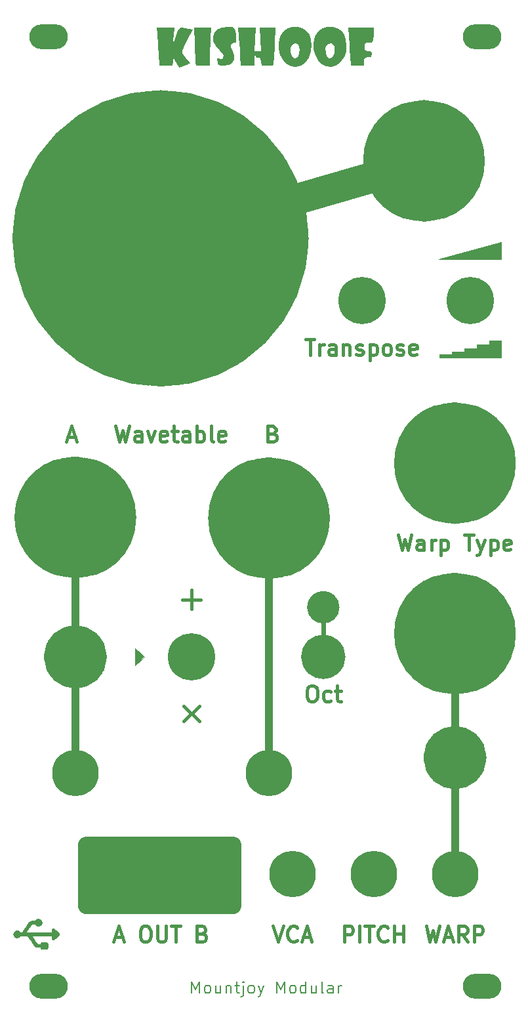
<source format=gbr>
%TF.GenerationSoftware,KiCad,Pcbnew,8.0.1*%
%TF.CreationDate,2024-04-24T15:30:04+01:00*%
%TF.ProjectId,Kishoof_Panel,4b697368-6f6f-4665-9f50-616e656c2e6b,rev?*%
%TF.SameCoordinates,Original*%
%TF.FileFunction,Soldermask,Top*%
%TF.FilePolarity,Negative*%
%FSLAX46Y46*%
G04 Gerber Fmt 4.6, Leading zero omitted, Abs format (unit mm)*
G04 Created by KiCad (PCBNEW 8.0.1) date 2024-04-24 15:30:04*
%MOMM*%
%LPD*%
G01*
G04 APERTURE LIST*
%ADD10C,1.000000*%
%ADD11C,0.100000*%
%ADD12C,7.853175*%
%ADD13C,4.075000*%
%ADD14C,2.853175*%
%ADD15C,4.000000*%
%ADD16C,0.450000*%
%ADD17C,0.400000*%
%ADD18C,0.600000*%
%ADD19C,19.101298*%
%ADD20C,2.074846*%
%ADD21C,2.000000*%
%ADD22C,0.200000*%
%ADD23C,0.000000*%
%ADD24C,6.000000*%
%ADD25C,6.100000*%
%ADD26C,6.400000*%
%ADD27C,3.500000*%
%ADD28O,5.000000X3.200000*%
%ADD29C,7.000000*%
G04 APERTURE END LIST*
D10*
X91000000Y-95050000D02*
X91000000Y-128000000D01*
D11*
X116200000Y-73200000D02*
X117800000Y-73200000D01*
X117800000Y-74400000D01*
X116200000Y-74400000D01*
X116200000Y-73200000D01*
G36*
X116200000Y-73200000D02*
G01*
X117800000Y-73200000D01*
X117800000Y-74400000D01*
X116200000Y-74400000D01*
X116200000Y-73200000D01*
G37*
D12*
X118926587Y-110000000D02*
G75*
G02*
X111073413Y-110000000I-3926587J0D01*
G01*
X111073413Y-110000000D02*
G75*
G02*
X118926587Y-110000000I3926587J0D01*
G01*
X114926587Y-49000000D02*
G75*
G02*
X107073413Y-49000000I-3926587J0D01*
G01*
X107073413Y-49000000D02*
G75*
G02*
X114926587Y-49000000I3926587J0D01*
G01*
D13*
X117037500Y-126000000D02*
G75*
G02*
X112962500Y-126000000I-2037500J0D01*
G01*
X112962500Y-126000000D02*
G75*
G02*
X117037500Y-126000000I2037500J0D01*
G01*
D11*
X113000000Y-74000000D02*
X114600000Y-74000000D01*
X114600000Y-74400000D01*
X113000000Y-74400000D01*
X113000000Y-74000000D01*
G36*
X113000000Y-74000000D02*
G01*
X114600000Y-74000000D01*
X114600000Y-74400000D01*
X113000000Y-74400000D01*
X113000000Y-74000000D01*
G37*
D12*
X69926587Y-95000000D02*
G75*
G02*
X62073413Y-95000000I-3926587J0D01*
G01*
X62073413Y-95000000D02*
G75*
G02*
X69926587Y-95000000I3926587J0D01*
G01*
D11*
X114600000Y-73600000D02*
X116200000Y-73600000D01*
X116200000Y-74400000D01*
X114600000Y-74400000D01*
X114600000Y-73600000D01*
G36*
X114600000Y-73600000D02*
G01*
X116200000Y-73600000D01*
X116200000Y-74400000D01*
X114600000Y-74400000D01*
X114600000Y-73600000D01*
G37*
D14*
X99426587Y-113000000D02*
G75*
G02*
X96573413Y-113000000I-1426587J0D01*
G01*
X96573413Y-113000000D02*
G75*
G02*
X99426587Y-113000000I1426587J0D01*
G01*
D15*
X77000000Y-59000000D02*
X111000000Y-49200000D01*
D16*
X82200000Y-105600000D02*
X79800000Y-105600000D01*
D17*
X80010051Y-119310051D02*
X81989949Y-121289949D01*
D18*
X98000000Y-106600000D02*
X98000000Y-113000000D01*
D11*
X119400000Y-72200000D02*
X121000000Y-72200000D01*
X121000000Y-74400000D01*
X119400000Y-74400000D01*
X119400000Y-72200000D01*
G36*
X119400000Y-72200000D02*
G01*
X121000000Y-72200000D01*
X121000000Y-74400000D01*
X119400000Y-74400000D01*
X119400000Y-72200000D01*
G37*
D13*
X68037500Y-113000000D02*
G75*
G02*
X63962500Y-113000000I-2037500J0D01*
G01*
X63962500Y-113000000D02*
G75*
G02*
X68037500Y-113000000I2037500J0D01*
G01*
D10*
X66000000Y-95100000D02*
X66000000Y-113000000D01*
X66000000Y-128000000D02*
X66050000Y-113000000D01*
D16*
X81000000Y-106800000D02*
X81000000Y-104400000D01*
D19*
X86550649Y-59000000D02*
G75*
G02*
X67449351Y-59000000I-9550649J0D01*
G01*
X67449351Y-59000000D02*
G75*
G02*
X86550649Y-59000000I9550649J0D01*
G01*
D12*
X94926587Y-95100000D02*
G75*
G02*
X87073413Y-95100000I-3926587J0D01*
G01*
X87073413Y-95100000D02*
G75*
G02*
X94926587Y-95100000I3926587J0D01*
G01*
D20*
X99037423Y-106600000D02*
G75*
G02*
X96962577Y-106600000I-1037423J0D01*
G01*
X96962577Y-106600000D02*
G75*
G02*
X99037423Y-106600000I1037423J0D01*
G01*
D11*
X117800000Y-72700000D02*
X119400000Y-72700000D01*
X119400000Y-74400000D01*
X117800000Y-74400000D01*
X117800000Y-72700000D01*
G36*
X117800000Y-72700000D02*
G01*
X119400000Y-72700000D01*
X119400000Y-74400000D01*
X117800000Y-74400000D01*
X117800000Y-72700000D01*
G37*
X74900000Y-113000000D02*
X73700000Y-114100000D01*
X73700000Y-111900000D01*
X74900000Y-113000000D01*
G36*
X74900000Y-113000000D02*
G01*
X73700000Y-114100000D01*
X73700000Y-111900000D01*
X74900000Y-113000000D01*
G37*
D21*
X67400000Y-137200000D02*
X86400000Y-137200000D01*
X86400000Y-145200000D01*
X67400000Y-145200000D01*
X67400000Y-137200000D01*
G36*
X67400000Y-137200000D02*
G01*
X86400000Y-137200000D01*
X86400000Y-145200000D01*
X67400000Y-145200000D01*
X67400000Y-137200000D01*
G37*
D17*
X81989949Y-119310051D02*
X80010051Y-121289949D01*
D10*
X115000000Y-141000000D02*
X115000000Y-109000000D01*
D11*
X121000000Y-61700000D02*
X112900000Y-61700000D01*
X121000000Y-59500000D01*
X121000000Y-61700000D01*
G36*
X121000000Y-61700000D02*
G01*
X112900000Y-61700000D01*
X121000000Y-59500000D01*
X121000000Y-61700000D01*
G37*
D12*
X118926587Y-88000000D02*
G75*
G02*
X111073413Y-88000000I-3926587J0D01*
G01*
X111073413Y-88000000D02*
G75*
G02*
X118926587Y-88000000I3926587J0D01*
G01*
D17*
X71142856Y-149163009D02*
X72095237Y-149163009D01*
X70952380Y-149734438D02*
X71619046Y-147734438D01*
X71619046Y-147734438D02*
X72285713Y-149734438D01*
X74857142Y-147734438D02*
X75238095Y-147734438D01*
X75238095Y-147734438D02*
X75428571Y-147829676D01*
X75428571Y-147829676D02*
X75619047Y-148020152D01*
X75619047Y-148020152D02*
X75714285Y-148401104D01*
X75714285Y-148401104D02*
X75714285Y-149067771D01*
X75714285Y-149067771D02*
X75619047Y-149448723D01*
X75619047Y-149448723D02*
X75428571Y-149639200D01*
X75428571Y-149639200D02*
X75238095Y-149734438D01*
X75238095Y-149734438D02*
X74857142Y-149734438D01*
X74857142Y-149734438D02*
X74666666Y-149639200D01*
X74666666Y-149639200D02*
X74476190Y-149448723D01*
X74476190Y-149448723D02*
X74380952Y-149067771D01*
X74380952Y-149067771D02*
X74380952Y-148401104D01*
X74380952Y-148401104D02*
X74476190Y-148020152D01*
X74476190Y-148020152D02*
X74666666Y-147829676D01*
X74666666Y-147829676D02*
X74857142Y-147734438D01*
X76571428Y-147734438D02*
X76571428Y-149353485D01*
X76571428Y-149353485D02*
X76666666Y-149543961D01*
X76666666Y-149543961D02*
X76761904Y-149639200D01*
X76761904Y-149639200D02*
X76952380Y-149734438D01*
X76952380Y-149734438D02*
X77333333Y-149734438D01*
X77333333Y-149734438D02*
X77523809Y-149639200D01*
X77523809Y-149639200D02*
X77619047Y-149543961D01*
X77619047Y-149543961D02*
X77714285Y-149353485D01*
X77714285Y-149353485D02*
X77714285Y-147734438D01*
X78380952Y-147734438D02*
X79523809Y-147734438D01*
X78952380Y-149734438D02*
X78952380Y-147734438D01*
X82380953Y-148686819D02*
X82666667Y-148782057D01*
X82666667Y-148782057D02*
X82761905Y-148877295D01*
X82761905Y-148877295D02*
X82857143Y-149067771D01*
X82857143Y-149067771D02*
X82857143Y-149353485D01*
X82857143Y-149353485D02*
X82761905Y-149543961D01*
X82761905Y-149543961D02*
X82666667Y-149639200D01*
X82666667Y-149639200D02*
X82476191Y-149734438D01*
X82476191Y-149734438D02*
X81714286Y-149734438D01*
X81714286Y-149734438D02*
X81714286Y-147734438D01*
X81714286Y-147734438D02*
X82380953Y-147734438D01*
X82380953Y-147734438D02*
X82571429Y-147829676D01*
X82571429Y-147829676D02*
X82666667Y-147924914D01*
X82666667Y-147924914D02*
X82761905Y-148115390D01*
X82761905Y-148115390D02*
X82761905Y-148305866D01*
X82761905Y-148305866D02*
X82666667Y-148496342D01*
X82666667Y-148496342D02*
X82571429Y-148591580D01*
X82571429Y-148591580D02*
X82380953Y-148686819D01*
X82380953Y-148686819D02*
X81714286Y-148686819D01*
X96380952Y-116734438D02*
X96761905Y-116734438D01*
X96761905Y-116734438D02*
X96952381Y-116829676D01*
X96952381Y-116829676D02*
X97142857Y-117020152D01*
X97142857Y-117020152D02*
X97238095Y-117401104D01*
X97238095Y-117401104D02*
X97238095Y-118067771D01*
X97238095Y-118067771D02*
X97142857Y-118448723D01*
X97142857Y-118448723D02*
X96952381Y-118639200D01*
X96952381Y-118639200D02*
X96761905Y-118734438D01*
X96761905Y-118734438D02*
X96380952Y-118734438D01*
X96380952Y-118734438D02*
X96190476Y-118639200D01*
X96190476Y-118639200D02*
X96000000Y-118448723D01*
X96000000Y-118448723D02*
X95904762Y-118067771D01*
X95904762Y-118067771D02*
X95904762Y-117401104D01*
X95904762Y-117401104D02*
X96000000Y-117020152D01*
X96000000Y-117020152D02*
X96190476Y-116829676D01*
X96190476Y-116829676D02*
X96380952Y-116734438D01*
X98952381Y-118639200D02*
X98761905Y-118734438D01*
X98761905Y-118734438D02*
X98380952Y-118734438D01*
X98380952Y-118734438D02*
X98190476Y-118639200D01*
X98190476Y-118639200D02*
X98095238Y-118543961D01*
X98095238Y-118543961D02*
X98000000Y-118353485D01*
X98000000Y-118353485D02*
X98000000Y-117782057D01*
X98000000Y-117782057D02*
X98095238Y-117591580D01*
X98095238Y-117591580D02*
X98190476Y-117496342D01*
X98190476Y-117496342D02*
X98380952Y-117401104D01*
X98380952Y-117401104D02*
X98761905Y-117401104D01*
X98761905Y-117401104D02*
X98952381Y-117496342D01*
X99523810Y-117401104D02*
X100285714Y-117401104D01*
X99809524Y-116734438D02*
X99809524Y-118448723D01*
X99809524Y-118448723D02*
X99904762Y-118639200D01*
X99904762Y-118639200D02*
X100095238Y-118734438D01*
X100095238Y-118734438D02*
X100285714Y-118734438D01*
X91476190Y-147734438D02*
X92142856Y-149734438D01*
X92142856Y-149734438D02*
X92809523Y-147734438D01*
X94619047Y-149543961D02*
X94523809Y-149639200D01*
X94523809Y-149639200D02*
X94238095Y-149734438D01*
X94238095Y-149734438D02*
X94047619Y-149734438D01*
X94047619Y-149734438D02*
X93761904Y-149639200D01*
X93761904Y-149639200D02*
X93571428Y-149448723D01*
X93571428Y-149448723D02*
X93476190Y-149258247D01*
X93476190Y-149258247D02*
X93380952Y-148877295D01*
X93380952Y-148877295D02*
X93380952Y-148591580D01*
X93380952Y-148591580D02*
X93476190Y-148210628D01*
X93476190Y-148210628D02*
X93571428Y-148020152D01*
X93571428Y-148020152D02*
X93761904Y-147829676D01*
X93761904Y-147829676D02*
X94047619Y-147734438D01*
X94047619Y-147734438D02*
X94238095Y-147734438D01*
X94238095Y-147734438D02*
X94523809Y-147829676D01*
X94523809Y-147829676D02*
X94619047Y-147924914D01*
X95380952Y-149163009D02*
X96333333Y-149163009D01*
X95190476Y-149734438D02*
X95857142Y-147734438D01*
X95857142Y-147734438D02*
X96523809Y-149734438D01*
D22*
X81028570Y-156383528D02*
X81028570Y-154883528D01*
X81028570Y-154883528D02*
X81528570Y-155954957D01*
X81528570Y-155954957D02*
X82028570Y-154883528D01*
X82028570Y-154883528D02*
X82028570Y-156383528D01*
X82957142Y-156383528D02*
X82814285Y-156312100D01*
X82814285Y-156312100D02*
X82742856Y-156240671D01*
X82742856Y-156240671D02*
X82671428Y-156097814D01*
X82671428Y-156097814D02*
X82671428Y-155669242D01*
X82671428Y-155669242D02*
X82742856Y-155526385D01*
X82742856Y-155526385D02*
X82814285Y-155454957D01*
X82814285Y-155454957D02*
X82957142Y-155383528D01*
X82957142Y-155383528D02*
X83171428Y-155383528D01*
X83171428Y-155383528D02*
X83314285Y-155454957D01*
X83314285Y-155454957D02*
X83385714Y-155526385D01*
X83385714Y-155526385D02*
X83457142Y-155669242D01*
X83457142Y-155669242D02*
X83457142Y-156097814D01*
X83457142Y-156097814D02*
X83385714Y-156240671D01*
X83385714Y-156240671D02*
X83314285Y-156312100D01*
X83314285Y-156312100D02*
X83171428Y-156383528D01*
X83171428Y-156383528D02*
X82957142Y-156383528D01*
X84742857Y-155383528D02*
X84742857Y-156383528D01*
X84099999Y-155383528D02*
X84099999Y-156169242D01*
X84099999Y-156169242D02*
X84171428Y-156312100D01*
X84171428Y-156312100D02*
X84314285Y-156383528D01*
X84314285Y-156383528D02*
X84528571Y-156383528D01*
X84528571Y-156383528D02*
X84671428Y-156312100D01*
X84671428Y-156312100D02*
X84742857Y-156240671D01*
X85457142Y-155383528D02*
X85457142Y-156383528D01*
X85457142Y-155526385D02*
X85528571Y-155454957D01*
X85528571Y-155454957D02*
X85671428Y-155383528D01*
X85671428Y-155383528D02*
X85885714Y-155383528D01*
X85885714Y-155383528D02*
X86028571Y-155454957D01*
X86028571Y-155454957D02*
X86100000Y-155597814D01*
X86100000Y-155597814D02*
X86100000Y-156383528D01*
X86600000Y-155383528D02*
X87171428Y-155383528D01*
X86814285Y-154883528D02*
X86814285Y-156169242D01*
X86814285Y-156169242D02*
X86885714Y-156312100D01*
X86885714Y-156312100D02*
X87028571Y-156383528D01*
X87028571Y-156383528D02*
X87171428Y-156383528D01*
X87671428Y-155383528D02*
X87671428Y-156669242D01*
X87671428Y-156669242D02*
X87600000Y-156812100D01*
X87600000Y-156812100D02*
X87457143Y-156883528D01*
X87457143Y-156883528D02*
X87385714Y-156883528D01*
X87671428Y-154883528D02*
X87600000Y-154954957D01*
X87600000Y-154954957D02*
X87671428Y-155026385D01*
X87671428Y-155026385D02*
X87742857Y-154954957D01*
X87742857Y-154954957D02*
X87671428Y-154883528D01*
X87671428Y-154883528D02*
X87671428Y-155026385D01*
X88600000Y-156383528D02*
X88457143Y-156312100D01*
X88457143Y-156312100D02*
X88385714Y-156240671D01*
X88385714Y-156240671D02*
X88314286Y-156097814D01*
X88314286Y-156097814D02*
X88314286Y-155669242D01*
X88314286Y-155669242D02*
X88385714Y-155526385D01*
X88385714Y-155526385D02*
X88457143Y-155454957D01*
X88457143Y-155454957D02*
X88600000Y-155383528D01*
X88600000Y-155383528D02*
X88814286Y-155383528D01*
X88814286Y-155383528D02*
X88957143Y-155454957D01*
X88957143Y-155454957D02*
X89028572Y-155526385D01*
X89028572Y-155526385D02*
X89100000Y-155669242D01*
X89100000Y-155669242D02*
X89100000Y-156097814D01*
X89100000Y-156097814D02*
X89028572Y-156240671D01*
X89028572Y-156240671D02*
X88957143Y-156312100D01*
X88957143Y-156312100D02*
X88814286Y-156383528D01*
X88814286Y-156383528D02*
X88600000Y-156383528D01*
X89600000Y-155383528D02*
X89957143Y-156383528D01*
X90314286Y-155383528D02*
X89957143Y-156383528D01*
X89957143Y-156383528D02*
X89814286Y-156740671D01*
X89814286Y-156740671D02*
X89742857Y-156812100D01*
X89742857Y-156812100D02*
X89600000Y-156883528D01*
X92028571Y-156383528D02*
X92028571Y-154883528D01*
X92028571Y-154883528D02*
X92528571Y-155954957D01*
X92528571Y-155954957D02*
X93028571Y-154883528D01*
X93028571Y-154883528D02*
X93028571Y-156383528D01*
X93957143Y-156383528D02*
X93814286Y-156312100D01*
X93814286Y-156312100D02*
X93742857Y-156240671D01*
X93742857Y-156240671D02*
X93671429Y-156097814D01*
X93671429Y-156097814D02*
X93671429Y-155669242D01*
X93671429Y-155669242D02*
X93742857Y-155526385D01*
X93742857Y-155526385D02*
X93814286Y-155454957D01*
X93814286Y-155454957D02*
X93957143Y-155383528D01*
X93957143Y-155383528D02*
X94171429Y-155383528D01*
X94171429Y-155383528D02*
X94314286Y-155454957D01*
X94314286Y-155454957D02*
X94385715Y-155526385D01*
X94385715Y-155526385D02*
X94457143Y-155669242D01*
X94457143Y-155669242D02*
X94457143Y-156097814D01*
X94457143Y-156097814D02*
X94385715Y-156240671D01*
X94385715Y-156240671D02*
X94314286Y-156312100D01*
X94314286Y-156312100D02*
X94171429Y-156383528D01*
X94171429Y-156383528D02*
X93957143Y-156383528D01*
X95742858Y-156383528D02*
X95742858Y-154883528D01*
X95742858Y-156312100D02*
X95600000Y-156383528D01*
X95600000Y-156383528D02*
X95314286Y-156383528D01*
X95314286Y-156383528D02*
X95171429Y-156312100D01*
X95171429Y-156312100D02*
X95100000Y-156240671D01*
X95100000Y-156240671D02*
X95028572Y-156097814D01*
X95028572Y-156097814D02*
X95028572Y-155669242D01*
X95028572Y-155669242D02*
X95100000Y-155526385D01*
X95100000Y-155526385D02*
X95171429Y-155454957D01*
X95171429Y-155454957D02*
X95314286Y-155383528D01*
X95314286Y-155383528D02*
X95600000Y-155383528D01*
X95600000Y-155383528D02*
X95742858Y-155454957D01*
X97100001Y-155383528D02*
X97100001Y-156383528D01*
X96457143Y-155383528D02*
X96457143Y-156169242D01*
X96457143Y-156169242D02*
X96528572Y-156312100D01*
X96528572Y-156312100D02*
X96671429Y-156383528D01*
X96671429Y-156383528D02*
X96885715Y-156383528D01*
X96885715Y-156383528D02*
X97028572Y-156312100D01*
X97028572Y-156312100D02*
X97100001Y-156240671D01*
X98028572Y-156383528D02*
X97885715Y-156312100D01*
X97885715Y-156312100D02*
X97814286Y-156169242D01*
X97814286Y-156169242D02*
X97814286Y-154883528D01*
X99242858Y-156383528D02*
X99242858Y-155597814D01*
X99242858Y-155597814D02*
X99171429Y-155454957D01*
X99171429Y-155454957D02*
X99028572Y-155383528D01*
X99028572Y-155383528D02*
X98742858Y-155383528D01*
X98742858Y-155383528D02*
X98600000Y-155454957D01*
X99242858Y-156312100D02*
X99100000Y-156383528D01*
X99100000Y-156383528D02*
X98742858Y-156383528D01*
X98742858Y-156383528D02*
X98600000Y-156312100D01*
X98600000Y-156312100D02*
X98528572Y-156169242D01*
X98528572Y-156169242D02*
X98528572Y-156026385D01*
X98528572Y-156026385D02*
X98600000Y-155883528D01*
X98600000Y-155883528D02*
X98742858Y-155812100D01*
X98742858Y-155812100D02*
X99100000Y-155812100D01*
X99100000Y-155812100D02*
X99242858Y-155740671D01*
X99957143Y-156383528D02*
X99957143Y-155383528D01*
X99957143Y-155669242D02*
X100028572Y-155526385D01*
X100028572Y-155526385D02*
X100100001Y-155454957D01*
X100100001Y-155454957D02*
X100242858Y-155383528D01*
X100242858Y-155383528D02*
X100385715Y-155383528D01*
D17*
X95714285Y-72034438D02*
X96857142Y-72034438D01*
X96285713Y-74034438D02*
X96285713Y-72034438D01*
X97523809Y-74034438D02*
X97523809Y-72701104D01*
X97523809Y-73082057D02*
X97619047Y-72891580D01*
X97619047Y-72891580D02*
X97714285Y-72796342D01*
X97714285Y-72796342D02*
X97904761Y-72701104D01*
X97904761Y-72701104D02*
X98095238Y-72701104D01*
X99619047Y-74034438D02*
X99619047Y-72986819D01*
X99619047Y-72986819D02*
X99523809Y-72796342D01*
X99523809Y-72796342D02*
X99333333Y-72701104D01*
X99333333Y-72701104D02*
X98952380Y-72701104D01*
X98952380Y-72701104D02*
X98761904Y-72796342D01*
X99619047Y-73939200D02*
X99428571Y-74034438D01*
X99428571Y-74034438D02*
X98952380Y-74034438D01*
X98952380Y-74034438D02*
X98761904Y-73939200D01*
X98761904Y-73939200D02*
X98666666Y-73748723D01*
X98666666Y-73748723D02*
X98666666Y-73558247D01*
X98666666Y-73558247D02*
X98761904Y-73367771D01*
X98761904Y-73367771D02*
X98952380Y-73272533D01*
X98952380Y-73272533D02*
X99428571Y-73272533D01*
X99428571Y-73272533D02*
X99619047Y-73177295D01*
X100571428Y-72701104D02*
X100571428Y-74034438D01*
X100571428Y-72891580D02*
X100666666Y-72796342D01*
X100666666Y-72796342D02*
X100857142Y-72701104D01*
X100857142Y-72701104D02*
X101142857Y-72701104D01*
X101142857Y-72701104D02*
X101333333Y-72796342D01*
X101333333Y-72796342D02*
X101428571Y-72986819D01*
X101428571Y-72986819D02*
X101428571Y-74034438D01*
X102285714Y-73939200D02*
X102476190Y-74034438D01*
X102476190Y-74034438D02*
X102857142Y-74034438D01*
X102857142Y-74034438D02*
X103047619Y-73939200D01*
X103047619Y-73939200D02*
X103142857Y-73748723D01*
X103142857Y-73748723D02*
X103142857Y-73653485D01*
X103142857Y-73653485D02*
X103047619Y-73463009D01*
X103047619Y-73463009D02*
X102857142Y-73367771D01*
X102857142Y-73367771D02*
X102571428Y-73367771D01*
X102571428Y-73367771D02*
X102380952Y-73272533D01*
X102380952Y-73272533D02*
X102285714Y-73082057D01*
X102285714Y-73082057D02*
X102285714Y-72986819D01*
X102285714Y-72986819D02*
X102380952Y-72796342D01*
X102380952Y-72796342D02*
X102571428Y-72701104D01*
X102571428Y-72701104D02*
X102857142Y-72701104D01*
X102857142Y-72701104D02*
X103047619Y-72796342D01*
X104000000Y-72701104D02*
X104000000Y-74701104D01*
X104000000Y-72796342D02*
X104190476Y-72701104D01*
X104190476Y-72701104D02*
X104571429Y-72701104D01*
X104571429Y-72701104D02*
X104761905Y-72796342D01*
X104761905Y-72796342D02*
X104857143Y-72891580D01*
X104857143Y-72891580D02*
X104952381Y-73082057D01*
X104952381Y-73082057D02*
X104952381Y-73653485D01*
X104952381Y-73653485D02*
X104857143Y-73843961D01*
X104857143Y-73843961D02*
X104761905Y-73939200D01*
X104761905Y-73939200D02*
X104571429Y-74034438D01*
X104571429Y-74034438D02*
X104190476Y-74034438D01*
X104190476Y-74034438D02*
X104000000Y-73939200D01*
X106095238Y-74034438D02*
X105904762Y-73939200D01*
X105904762Y-73939200D02*
X105809524Y-73843961D01*
X105809524Y-73843961D02*
X105714286Y-73653485D01*
X105714286Y-73653485D02*
X105714286Y-73082057D01*
X105714286Y-73082057D02*
X105809524Y-72891580D01*
X105809524Y-72891580D02*
X105904762Y-72796342D01*
X105904762Y-72796342D02*
X106095238Y-72701104D01*
X106095238Y-72701104D02*
X106380953Y-72701104D01*
X106380953Y-72701104D02*
X106571429Y-72796342D01*
X106571429Y-72796342D02*
X106666667Y-72891580D01*
X106666667Y-72891580D02*
X106761905Y-73082057D01*
X106761905Y-73082057D02*
X106761905Y-73653485D01*
X106761905Y-73653485D02*
X106666667Y-73843961D01*
X106666667Y-73843961D02*
X106571429Y-73939200D01*
X106571429Y-73939200D02*
X106380953Y-74034438D01*
X106380953Y-74034438D02*
X106095238Y-74034438D01*
X107523810Y-73939200D02*
X107714286Y-74034438D01*
X107714286Y-74034438D02*
X108095238Y-74034438D01*
X108095238Y-74034438D02*
X108285715Y-73939200D01*
X108285715Y-73939200D02*
X108380953Y-73748723D01*
X108380953Y-73748723D02*
X108380953Y-73653485D01*
X108380953Y-73653485D02*
X108285715Y-73463009D01*
X108285715Y-73463009D02*
X108095238Y-73367771D01*
X108095238Y-73367771D02*
X107809524Y-73367771D01*
X107809524Y-73367771D02*
X107619048Y-73272533D01*
X107619048Y-73272533D02*
X107523810Y-73082057D01*
X107523810Y-73082057D02*
X107523810Y-72986819D01*
X107523810Y-72986819D02*
X107619048Y-72796342D01*
X107619048Y-72796342D02*
X107809524Y-72701104D01*
X107809524Y-72701104D02*
X108095238Y-72701104D01*
X108095238Y-72701104D02*
X108285715Y-72796342D01*
X110000001Y-73939200D02*
X109809525Y-74034438D01*
X109809525Y-74034438D02*
X109428572Y-74034438D01*
X109428572Y-74034438D02*
X109238096Y-73939200D01*
X109238096Y-73939200D02*
X109142858Y-73748723D01*
X109142858Y-73748723D02*
X109142858Y-72986819D01*
X109142858Y-72986819D02*
X109238096Y-72796342D01*
X109238096Y-72796342D02*
X109428572Y-72701104D01*
X109428572Y-72701104D02*
X109809525Y-72701104D01*
X109809525Y-72701104D02*
X110000001Y-72796342D01*
X110000001Y-72796342D02*
X110095239Y-72986819D01*
X110095239Y-72986819D02*
X110095239Y-73177295D01*
X110095239Y-73177295D02*
X109142858Y-73367771D01*
X65023807Y-84663009D02*
X65976188Y-84663009D01*
X64833331Y-85234438D02*
X65499997Y-83234438D01*
X65499997Y-83234438D02*
X66166664Y-85234438D01*
X71214285Y-83234438D02*
X71690475Y-85234438D01*
X71690475Y-85234438D02*
X72071428Y-83805866D01*
X72071428Y-83805866D02*
X72452380Y-85234438D01*
X72452380Y-85234438D02*
X72928571Y-83234438D01*
X74547618Y-85234438D02*
X74547618Y-84186819D01*
X74547618Y-84186819D02*
X74452380Y-83996342D01*
X74452380Y-83996342D02*
X74261904Y-83901104D01*
X74261904Y-83901104D02*
X73880951Y-83901104D01*
X73880951Y-83901104D02*
X73690475Y-83996342D01*
X74547618Y-85139200D02*
X74357142Y-85234438D01*
X74357142Y-85234438D02*
X73880951Y-85234438D01*
X73880951Y-85234438D02*
X73690475Y-85139200D01*
X73690475Y-85139200D02*
X73595237Y-84948723D01*
X73595237Y-84948723D02*
X73595237Y-84758247D01*
X73595237Y-84758247D02*
X73690475Y-84567771D01*
X73690475Y-84567771D02*
X73880951Y-84472533D01*
X73880951Y-84472533D02*
X74357142Y-84472533D01*
X74357142Y-84472533D02*
X74547618Y-84377295D01*
X75309523Y-83901104D02*
X75785713Y-85234438D01*
X75785713Y-85234438D02*
X76261904Y-83901104D01*
X77785714Y-85139200D02*
X77595238Y-85234438D01*
X77595238Y-85234438D02*
X77214285Y-85234438D01*
X77214285Y-85234438D02*
X77023809Y-85139200D01*
X77023809Y-85139200D02*
X76928571Y-84948723D01*
X76928571Y-84948723D02*
X76928571Y-84186819D01*
X76928571Y-84186819D02*
X77023809Y-83996342D01*
X77023809Y-83996342D02*
X77214285Y-83901104D01*
X77214285Y-83901104D02*
X77595238Y-83901104D01*
X77595238Y-83901104D02*
X77785714Y-83996342D01*
X77785714Y-83996342D02*
X77880952Y-84186819D01*
X77880952Y-84186819D02*
X77880952Y-84377295D01*
X77880952Y-84377295D02*
X76928571Y-84567771D01*
X78452381Y-83901104D02*
X79214285Y-83901104D01*
X78738095Y-83234438D02*
X78738095Y-84948723D01*
X78738095Y-84948723D02*
X78833333Y-85139200D01*
X78833333Y-85139200D02*
X79023809Y-85234438D01*
X79023809Y-85234438D02*
X79214285Y-85234438D01*
X80738095Y-85234438D02*
X80738095Y-84186819D01*
X80738095Y-84186819D02*
X80642857Y-83996342D01*
X80642857Y-83996342D02*
X80452381Y-83901104D01*
X80452381Y-83901104D02*
X80071428Y-83901104D01*
X80071428Y-83901104D02*
X79880952Y-83996342D01*
X80738095Y-85139200D02*
X80547619Y-85234438D01*
X80547619Y-85234438D02*
X80071428Y-85234438D01*
X80071428Y-85234438D02*
X79880952Y-85139200D01*
X79880952Y-85139200D02*
X79785714Y-84948723D01*
X79785714Y-84948723D02*
X79785714Y-84758247D01*
X79785714Y-84758247D02*
X79880952Y-84567771D01*
X79880952Y-84567771D02*
X80071428Y-84472533D01*
X80071428Y-84472533D02*
X80547619Y-84472533D01*
X80547619Y-84472533D02*
X80738095Y-84377295D01*
X81690476Y-85234438D02*
X81690476Y-83234438D01*
X81690476Y-83996342D02*
X81880952Y-83901104D01*
X81880952Y-83901104D02*
X82261905Y-83901104D01*
X82261905Y-83901104D02*
X82452381Y-83996342D01*
X82452381Y-83996342D02*
X82547619Y-84091580D01*
X82547619Y-84091580D02*
X82642857Y-84282057D01*
X82642857Y-84282057D02*
X82642857Y-84853485D01*
X82642857Y-84853485D02*
X82547619Y-85043961D01*
X82547619Y-85043961D02*
X82452381Y-85139200D01*
X82452381Y-85139200D02*
X82261905Y-85234438D01*
X82261905Y-85234438D02*
X81880952Y-85234438D01*
X81880952Y-85234438D02*
X81690476Y-85139200D01*
X83785714Y-85234438D02*
X83595238Y-85139200D01*
X83595238Y-85139200D02*
X83500000Y-84948723D01*
X83500000Y-84948723D02*
X83500000Y-83234438D01*
X85309524Y-85139200D02*
X85119048Y-85234438D01*
X85119048Y-85234438D02*
X84738095Y-85234438D01*
X84738095Y-85234438D02*
X84547619Y-85139200D01*
X84547619Y-85139200D02*
X84452381Y-84948723D01*
X84452381Y-84948723D02*
X84452381Y-84186819D01*
X84452381Y-84186819D02*
X84547619Y-83996342D01*
X84547619Y-83996342D02*
X84738095Y-83901104D01*
X84738095Y-83901104D02*
X85119048Y-83901104D01*
X85119048Y-83901104D02*
X85309524Y-83996342D01*
X85309524Y-83996342D02*
X85404762Y-84186819D01*
X85404762Y-84186819D02*
X85404762Y-84377295D01*
X85404762Y-84377295D02*
X84452381Y-84567771D01*
X91500002Y-84186819D02*
X91785716Y-84282057D01*
X91785716Y-84282057D02*
X91880954Y-84377295D01*
X91880954Y-84377295D02*
X91976192Y-84567771D01*
X91976192Y-84567771D02*
X91976192Y-84853485D01*
X91976192Y-84853485D02*
X91880954Y-85043961D01*
X91880954Y-85043961D02*
X91785716Y-85139200D01*
X91785716Y-85139200D02*
X91595240Y-85234438D01*
X91595240Y-85234438D02*
X90833335Y-85234438D01*
X90833335Y-85234438D02*
X90833335Y-83234438D01*
X90833335Y-83234438D02*
X91500002Y-83234438D01*
X91500002Y-83234438D02*
X91690478Y-83329676D01*
X91690478Y-83329676D02*
X91785716Y-83424914D01*
X91785716Y-83424914D02*
X91880954Y-83615390D01*
X91880954Y-83615390D02*
X91880954Y-83805866D01*
X91880954Y-83805866D02*
X91785716Y-83996342D01*
X91785716Y-83996342D02*
X91690478Y-84091580D01*
X91690478Y-84091580D02*
X91500002Y-84186819D01*
X91500002Y-84186819D02*
X90833335Y-84186819D01*
X107666666Y-97234438D02*
X108142856Y-99234438D01*
X108142856Y-99234438D02*
X108523809Y-97805866D01*
X108523809Y-97805866D02*
X108904761Y-99234438D01*
X108904761Y-99234438D02*
X109380952Y-97234438D01*
X110999999Y-99234438D02*
X110999999Y-98186819D01*
X110999999Y-98186819D02*
X110904761Y-97996342D01*
X110904761Y-97996342D02*
X110714285Y-97901104D01*
X110714285Y-97901104D02*
X110333332Y-97901104D01*
X110333332Y-97901104D02*
X110142856Y-97996342D01*
X110999999Y-99139200D02*
X110809523Y-99234438D01*
X110809523Y-99234438D02*
X110333332Y-99234438D01*
X110333332Y-99234438D02*
X110142856Y-99139200D01*
X110142856Y-99139200D02*
X110047618Y-98948723D01*
X110047618Y-98948723D02*
X110047618Y-98758247D01*
X110047618Y-98758247D02*
X110142856Y-98567771D01*
X110142856Y-98567771D02*
X110333332Y-98472533D01*
X110333332Y-98472533D02*
X110809523Y-98472533D01*
X110809523Y-98472533D02*
X110999999Y-98377295D01*
X111952380Y-99234438D02*
X111952380Y-97901104D01*
X111952380Y-98282057D02*
X112047618Y-98091580D01*
X112047618Y-98091580D02*
X112142856Y-97996342D01*
X112142856Y-97996342D02*
X112333332Y-97901104D01*
X112333332Y-97901104D02*
X112523809Y-97901104D01*
X113190475Y-97901104D02*
X113190475Y-99901104D01*
X113190475Y-97996342D02*
X113380951Y-97901104D01*
X113380951Y-97901104D02*
X113761904Y-97901104D01*
X113761904Y-97901104D02*
X113952380Y-97996342D01*
X113952380Y-97996342D02*
X114047618Y-98091580D01*
X114047618Y-98091580D02*
X114142856Y-98282057D01*
X114142856Y-98282057D02*
X114142856Y-98853485D01*
X114142856Y-98853485D02*
X114047618Y-99043961D01*
X114047618Y-99043961D02*
X113952380Y-99139200D01*
X113952380Y-99139200D02*
X113761904Y-99234438D01*
X113761904Y-99234438D02*
X113380951Y-99234438D01*
X113380951Y-99234438D02*
X113190475Y-99139200D01*
X116238095Y-97234438D02*
X117380952Y-97234438D01*
X116809523Y-99234438D02*
X116809523Y-97234438D01*
X117857143Y-97901104D02*
X118333333Y-99234438D01*
X118809524Y-97901104D02*
X118333333Y-99234438D01*
X118333333Y-99234438D02*
X118142857Y-99710628D01*
X118142857Y-99710628D02*
X118047619Y-99805866D01*
X118047619Y-99805866D02*
X117857143Y-99901104D01*
X119571429Y-97901104D02*
X119571429Y-99901104D01*
X119571429Y-97996342D02*
X119761905Y-97901104D01*
X119761905Y-97901104D02*
X120142858Y-97901104D01*
X120142858Y-97901104D02*
X120333334Y-97996342D01*
X120333334Y-97996342D02*
X120428572Y-98091580D01*
X120428572Y-98091580D02*
X120523810Y-98282057D01*
X120523810Y-98282057D02*
X120523810Y-98853485D01*
X120523810Y-98853485D02*
X120428572Y-99043961D01*
X120428572Y-99043961D02*
X120333334Y-99139200D01*
X120333334Y-99139200D02*
X120142858Y-99234438D01*
X120142858Y-99234438D02*
X119761905Y-99234438D01*
X119761905Y-99234438D02*
X119571429Y-99139200D01*
X122142858Y-99139200D02*
X121952382Y-99234438D01*
X121952382Y-99234438D02*
X121571429Y-99234438D01*
X121571429Y-99234438D02*
X121380953Y-99139200D01*
X121380953Y-99139200D02*
X121285715Y-98948723D01*
X121285715Y-98948723D02*
X121285715Y-98186819D01*
X121285715Y-98186819D02*
X121380953Y-97996342D01*
X121380953Y-97996342D02*
X121571429Y-97901104D01*
X121571429Y-97901104D02*
X121952382Y-97901104D01*
X121952382Y-97901104D02*
X122142858Y-97996342D01*
X122142858Y-97996342D02*
X122238096Y-98186819D01*
X122238096Y-98186819D02*
X122238096Y-98377295D01*
X122238096Y-98377295D02*
X121285715Y-98567771D01*
X111285714Y-147734438D02*
X111761904Y-149734438D01*
X111761904Y-149734438D02*
X112142857Y-148305866D01*
X112142857Y-148305866D02*
X112523809Y-149734438D01*
X112523809Y-149734438D02*
X113000000Y-147734438D01*
X113666666Y-149163009D02*
X114619047Y-149163009D01*
X113476190Y-149734438D02*
X114142856Y-147734438D01*
X114142856Y-147734438D02*
X114809523Y-149734438D01*
X116619047Y-149734438D02*
X115952380Y-148782057D01*
X115476190Y-149734438D02*
X115476190Y-147734438D01*
X115476190Y-147734438D02*
X116238095Y-147734438D01*
X116238095Y-147734438D02*
X116428571Y-147829676D01*
X116428571Y-147829676D02*
X116523809Y-147924914D01*
X116523809Y-147924914D02*
X116619047Y-148115390D01*
X116619047Y-148115390D02*
X116619047Y-148401104D01*
X116619047Y-148401104D02*
X116523809Y-148591580D01*
X116523809Y-148591580D02*
X116428571Y-148686819D01*
X116428571Y-148686819D02*
X116238095Y-148782057D01*
X116238095Y-148782057D02*
X115476190Y-148782057D01*
X117476190Y-149734438D02*
X117476190Y-147734438D01*
X117476190Y-147734438D02*
X118238095Y-147734438D01*
X118238095Y-147734438D02*
X118428571Y-147829676D01*
X118428571Y-147829676D02*
X118523809Y-147924914D01*
X118523809Y-147924914D02*
X118619047Y-148115390D01*
X118619047Y-148115390D02*
X118619047Y-148401104D01*
X118619047Y-148401104D02*
X118523809Y-148591580D01*
X118523809Y-148591580D02*
X118428571Y-148686819D01*
X118428571Y-148686819D02*
X118238095Y-148782057D01*
X118238095Y-148782057D02*
X117476190Y-148782057D01*
X100690476Y-149734438D02*
X100690476Y-147734438D01*
X100690476Y-147734438D02*
X101452381Y-147734438D01*
X101452381Y-147734438D02*
X101642857Y-147829676D01*
X101642857Y-147829676D02*
X101738095Y-147924914D01*
X101738095Y-147924914D02*
X101833333Y-148115390D01*
X101833333Y-148115390D02*
X101833333Y-148401104D01*
X101833333Y-148401104D02*
X101738095Y-148591580D01*
X101738095Y-148591580D02*
X101642857Y-148686819D01*
X101642857Y-148686819D02*
X101452381Y-148782057D01*
X101452381Y-148782057D02*
X100690476Y-148782057D01*
X102690476Y-149734438D02*
X102690476Y-147734438D01*
X103357143Y-147734438D02*
X104500000Y-147734438D01*
X103928571Y-149734438D02*
X103928571Y-147734438D01*
X106309524Y-149543961D02*
X106214286Y-149639200D01*
X106214286Y-149639200D02*
X105928572Y-149734438D01*
X105928572Y-149734438D02*
X105738096Y-149734438D01*
X105738096Y-149734438D02*
X105452381Y-149639200D01*
X105452381Y-149639200D02*
X105261905Y-149448723D01*
X105261905Y-149448723D02*
X105166667Y-149258247D01*
X105166667Y-149258247D02*
X105071429Y-148877295D01*
X105071429Y-148877295D02*
X105071429Y-148591580D01*
X105071429Y-148591580D02*
X105166667Y-148210628D01*
X105166667Y-148210628D02*
X105261905Y-148020152D01*
X105261905Y-148020152D02*
X105452381Y-147829676D01*
X105452381Y-147829676D02*
X105738096Y-147734438D01*
X105738096Y-147734438D02*
X105928572Y-147734438D01*
X105928572Y-147734438D02*
X106214286Y-147829676D01*
X106214286Y-147829676D02*
X106309524Y-147924914D01*
X107166667Y-149734438D02*
X107166667Y-147734438D01*
X107166667Y-148686819D02*
X108309524Y-148686819D01*
X108309524Y-149734438D02*
X108309524Y-147734438D01*
D23*
%TO.C,G\u002A\u002A\u002A*%
G36*
X61299770Y-146803192D02*
G01*
X61352170Y-146811310D01*
X61403530Y-146825098D01*
X61453605Y-146844508D01*
X61502150Y-146869493D01*
X61532949Y-146888822D01*
X61552942Y-146903634D01*
X61574726Y-146922041D01*
X61597041Y-146942799D01*
X61618627Y-146964667D01*
X61638224Y-146986400D01*
X61654572Y-147006756D01*
X61659581Y-147013742D01*
X61688241Y-147060349D01*
X61711501Y-147109069D01*
X61729274Y-147159642D01*
X61741474Y-147211814D01*
X61748016Y-147265326D01*
X61748811Y-147280216D01*
X61748240Y-147334629D01*
X61742187Y-147387111D01*
X61730576Y-147437980D01*
X61713333Y-147487551D01*
X61690383Y-147536143D01*
X61687172Y-147542050D01*
X61658895Y-147587365D01*
X61626163Y-147629106D01*
X61589362Y-147666997D01*
X61548877Y-147700761D01*
X61505094Y-147730122D01*
X61458398Y-147754802D01*
X61409176Y-147774525D01*
X61357813Y-147789013D01*
X61337284Y-147793185D01*
X61314223Y-147796409D01*
X61287547Y-147798565D01*
X61258975Y-147799637D01*
X61230223Y-147799609D01*
X61203009Y-147798463D01*
X61179050Y-147796184D01*
X61169841Y-147794793D01*
X61116786Y-147782736D01*
X61065912Y-147765517D01*
X61017585Y-147743369D01*
X60972167Y-147716526D01*
X60930023Y-147685221D01*
X60891517Y-147649689D01*
X60857011Y-147610164D01*
X60834966Y-147579541D01*
X60816982Y-147552362D01*
X60642749Y-147553187D01*
X60468515Y-147554012D01*
X60440696Y-147563651D01*
X60404454Y-147579115D01*
X60371928Y-147599105D01*
X60343916Y-147622826D01*
X60340868Y-147625965D01*
X60337429Y-147629813D01*
X60333452Y-147634586D01*
X60328791Y-147640497D01*
X60323299Y-147647762D01*
X60316829Y-147656596D01*
X60309235Y-147667213D01*
X60300370Y-147679829D01*
X60290087Y-147694659D01*
X60278239Y-147711917D01*
X60264680Y-147731819D01*
X60249262Y-147754578D01*
X60231840Y-147780411D01*
X60212267Y-147809532D01*
X60190395Y-147842156D01*
X60166079Y-147878497D01*
X60139170Y-147918772D01*
X60109524Y-147963194D01*
X60076992Y-148011979D01*
X60041429Y-148065341D01*
X60026049Y-148088425D01*
X59995241Y-148134671D01*
X59965265Y-148179671D01*
X59936286Y-148223177D01*
X59908470Y-148264942D01*
X59881981Y-148304717D01*
X59856985Y-148342255D01*
X59833645Y-148377308D01*
X59812127Y-148409629D01*
X59792596Y-148438970D01*
X59775217Y-148465083D01*
X59760155Y-148487720D01*
X59747573Y-148506635D01*
X59737639Y-148521578D01*
X59730515Y-148532303D01*
X59726368Y-148538562D01*
X59725349Y-148540114D01*
X59720202Y-148548166D01*
X61358444Y-148548166D01*
X62996687Y-148548166D01*
X62997858Y-148354167D01*
X62998110Y-148314961D01*
X62998363Y-148281171D01*
X62998631Y-148252357D01*
X62998927Y-148228078D01*
X62999263Y-148207896D01*
X62999651Y-148191368D01*
X63000104Y-148178056D01*
X63000634Y-148167518D01*
X63001254Y-148159314D01*
X63001977Y-148153005D01*
X63002814Y-148148150D01*
X63003778Y-148144308D01*
X63003812Y-148144195D01*
X63015768Y-148114075D01*
X63032450Y-148087011D01*
X63053366Y-148063478D01*
X63078023Y-148043950D01*
X63105925Y-148028904D01*
X63133144Y-148019654D01*
X63157941Y-148015723D01*
X63184667Y-148015589D01*
X63211409Y-148019054D01*
X63236255Y-148025921D01*
X63249698Y-148031713D01*
X63257156Y-148035681D01*
X63264427Y-148040052D01*
X63272161Y-148045339D01*
X63281007Y-148052054D01*
X63291613Y-148060708D01*
X63304629Y-148071812D01*
X63320703Y-148085878D01*
X63339227Y-148102300D01*
X63347775Y-148109900D01*
X63360368Y-148121091D01*
X63376672Y-148135576D01*
X63396351Y-148153057D01*
X63419072Y-148173237D01*
X63444499Y-148195819D01*
X63472298Y-148220505D01*
X63502134Y-148246999D01*
X63533672Y-148275003D01*
X63566579Y-148304220D01*
X63600518Y-148334353D01*
X63635156Y-148365104D01*
X63654496Y-148382274D01*
X63688592Y-148412566D01*
X63721645Y-148441977D01*
X63753370Y-148470251D01*
X63783483Y-148497132D01*
X63811698Y-148522366D01*
X63837731Y-148545695D01*
X63861297Y-148566865D01*
X63882112Y-148585619D01*
X63899890Y-148601702D01*
X63914347Y-148614858D01*
X63925198Y-148624832D01*
X63932159Y-148631368D01*
X63934630Y-148633833D01*
X63956897Y-148662469D01*
X63974272Y-148693696D01*
X63986759Y-148726893D01*
X63994364Y-148761439D01*
X63997092Y-148796711D01*
X63994947Y-148832089D01*
X63987934Y-148866952D01*
X63976058Y-148900677D01*
X63959325Y-148932644D01*
X63937738Y-148962231D01*
X63932007Y-148968722D01*
X63928435Y-148972183D01*
X63920762Y-148979278D01*
X63909268Y-148989754D01*
X63894235Y-149003360D01*
X63875943Y-149019843D01*
X63854674Y-149038953D01*
X63830707Y-149060438D01*
X63804325Y-149084044D01*
X63775808Y-149109522D01*
X63745436Y-149136618D01*
X63713491Y-149165080D01*
X63680254Y-149194658D01*
X63654496Y-149217555D01*
X63619623Y-149248542D01*
X63585263Y-149279073D01*
X63551750Y-149308852D01*
X63519419Y-149337581D01*
X63488605Y-149364963D01*
X63459641Y-149390702D01*
X63432863Y-149414498D01*
X63408605Y-149436056D01*
X63387200Y-149455079D01*
X63368985Y-149471268D01*
X63354293Y-149484327D01*
X63343458Y-149493958D01*
X63339227Y-149497720D01*
X63324191Y-149511020D01*
X63309827Y-149523591D01*
X63296986Y-149534701D01*
X63286519Y-149543615D01*
X63279276Y-149549599D01*
X63277715Y-149550822D01*
X63251588Y-149567258D01*
X63223304Y-149578276D01*
X63192750Y-149583916D01*
X63175133Y-149584738D01*
X63153404Y-149583824D01*
X63134178Y-149580619D01*
X63115057Y-149574567D01*
X63096657Y-149566562D01*
X63070246Y-149550821D01*
X63047209Y-149530500D01*
X63027912Y-149506042D01*
X63012721Y-149477893D01*
X63004140Y-149454277D01*
X63003105Y-149450328D01*
X63002209Y-149445697D01*
X63001440Y-149439930D01*
X63000784Y-149432576D01*
X63000227Y-149423184D01*
X62999756Y-149411300D01*
X62999357Y-149396474D01*
X62999016Y-149378252D01*
X62998721Y-149356184D01*
X62998458Y-149329817D01*
X62998213Y-149298699D01*
X62997973Y-149262378D01*
X62997863Y-149244368D01*
X62996717Y-149051833D01*
X61733175Y-149051833D01*
X61627270Y-149051836D01*
X61527082Y-149051845D01*
X61432471Y-149051860D01*
X61343299Y-149051882D01*
X61259425Y-149051912D01*
X61180710Y-149051949D01*
X61107014Y-149051995D01*
X61038198Y-149052049D01*
X60974123Y-149052112D01*
X60914649Y-149052184D01*
X60859636Y-149052266D01*
X60808945Y-149052358D01*
X60762437Y-149052461D01*
X60719971Y-149052575D01*
X60681409Y-149052700D01*
X60646610Y-149052836D01*
X60615436Y-149052985D01*
X60587747Y-149053147D01*
X60563403Y-149053321D01*
X60542265Y-149053509D01*
X60524193Y-149053710D01*
X60509048Y-149053926D01*
X60496690Y-149054157D01*
X60486980Y-149054402D01*
X60479778Y-149054663D01*
X60474944Y-149054939D01*
X60472340Y-149055232D01*
X60471775Y-149055493D01*
X60473597Y-149058272D01*
X60478507Y-149065681D01*
X60486343Y-149077475D01*
X60496943Y-149093412D01*
X60510144Y-149113249D01*
X60525786Y-149136742D01*
X60543706Y-149163649D01*
X60563741Y-149193727D01*
X60585731Y-149226731D01*
X60609513Y-149262420D01*
X60634924Y-149300549D01*
X60661804Y-149340877D01*
X60689990Y-149383159D01*
X60719321Y-149427153D01*
X60749633Y-149472615D01*
X60772683Y-149507182D01*
X60809735Y-149562734D01*
X60843693Y-149613622D01*
X60874702Y-149660059D01*
X60902908Y-149702259D01*
X60928458Y-149740436D01*
X60951498Y-149774802D01*
X60972173Y-149805572D01*
X60990629Y-149832961D01*
X61007013Y-149857180D01*
X61021471Y-149878445D01*
X61034148Y-149896968D01*
X61045191Y-149912964D01*
X61054745Y-149926646D01*
X61062957Y-149938228D01*
X61069973Y-149947924D01*
X61075938Y-149955947D01*
X61080999Y-149962511D01*
X61085302Y-149967830D01*
X61088992Y-149972117D01*
X61092216Y-149975587D01*
X61093791Y-149977173D01*
X61122735Y-150001533D01*
X61155462Y-150021424D01*
X61190519Y-150036342D01*
X61218158Y-150045988D01*
X61357659Y-150046875D01*
X61497161Y-150047763D01*
X61500758Y-150021985D01*
X61504367Y-150001870D01*
X61509523Y-149980734D01*
X61515654Y-149960586D01*
X61522183Y-149943432D01*
X61524888Y-149937641D01*
X61544416Y-149905288D01*
X61568444Y-149876488D01*
X61596605Y-149851537D01*
X61628533Y-149830730D01*
X61663861Y-149814361D01*
X61687875Y-149806411D01*
X61691676Y-149805360D01*
X61695463Y-149804431D01*
X61699608Y-149803616D01*
X61704483Y-149802906D01*
X61710462Y-149802292D01*
X61717918Y-149801764D01*
X61727224Y-149801315D01*
X61738752Y-149800935D01*
X61752875Y-149800616D01*
X61769966Y-149800349D01*
X61790399Y-149800124D01*
X61814545Y-149799933D01*
X61842778Y-149799767D01*
X61875471Y-149799618D01*
X61912996Y-149799476D01*
X61955727Y-149799333D01*
X61991227Y-149799219D01*
X62038765Y-149799078D01*
X62080816Y-149798974D01*
X62117749Y-149798912D01*
X62149936Y-149798898D01*
X62177744Y-149798936D01*
X62201544Y-149799030D01*
X62221705Y-149799185D01*
X62238597Y-149799407D01*
X62252589Y-149799698D01*
X62264052Y-149800065D01*
X62273355Y-149800512D01*
X62280867Y-149801043D01*
X62286958Y-149801663D01*
X62291998Y-149802377D01*
X62295723Y-149803060D01*
X62332791Y-149813414D01*
X62367511Y-149828878D01*
X62399283Y-149849132D01*
X62426135Y-149872463D01*
X62447039Y-149895858D01*
X62464064Y-149920468D01*
X62478142Y-149947837D01*
X62489427Y-149977173D01*
X62497821Y-150002063D01*
X62497821Y-150299285D01*
X62497821Y-150596506D01*
X62488132Y-150624325D01*
X62472391Y-150661133D01*
X62452207Y-150694220D01*
X62427811Y-150723369D01*
X62399434Y-150748361D01*
X62367308Y-150768977D01*
X62331665Y-150785001D01*
X62310410Y-150791843D01*
X62306386Y-150792951D01*
X62302471Y-150793928D01*
X62298283Y-150794783D01*
X62293443Y-150795527D01*
X62287569Y-150796168D01*
X62280282Y-150796717D01*
X62271200Y-150797182D01*
X62259943Y-150797574D01*
X62246130Y-150797903D01*
X62229381Y-150798177D01*
X62209314Y-150798407D01*
X62185550Y-150798603D01*
X62157707Y-150798772D01*
X62125406Y-150798927D01*
X62088264Y-150799075D01*
X62045902Y-150799228D01*
X62014343Y-150799337D01*
X61964997Y-150799499D01*
X61921127Y-150799613D01*
X61882356Y-150799662D01*
X61848303Y-150799628D01*
X61818589Y-150799493D01*
X61792835Y-150799240D01*
X61770661Y-150798852D01*
X61751687Y-150798310D01*
X61735536Y-150797597D01*
X61721826Y-150796695D01*
X61710179Y-150795586D01*
X61700215Y-150794254D01*
X61691556Y-150792680D01*
X61683821Y-150790846D01*
X61676631Y-150788735D01*
X61669607Y-150786330D01*
X61662370Y-150783612D01*
X61660460Y-150782873D01*
X61625846Y-150766412D01*
X61594792Y-150745454D01*
X61567564Y-150720341D01*
X61544424Y-150691418D01*
X61525639Y-150659028D01*
X61511471Y-150623515D01*
X61502186Y-150585222D01*
X61500662Y-150575276D01*
X61496978Y-150548190D01*
X61356104Y-150548166D01*
X61326869Y-150548099D01*
X61298563Y-150547919D01*
X61271903Y-150547637D01*
X61247602Y-150547267D01*
X61226377Y-150546821D01*
X61208942Y-150546310D01*
X61196012Y-150545749D01*
X61188875Y-150545218D01*
X61123635Y-150535118D01*
X61059970Y-150519571D01*
X60998220Y-150498760D01*
X60938725Y-150472873D01*
X60881825Y-150442096D01*
X60827861Y-150406614D01*
X60777172Y-150366613D01*
X60730100Y-150322280D01*
X60686985Y-150273801D01*
X60682749Y-150268538D01*
X60678799Y-150263183D01*
X60671760Y-150253175D01*
X60661782Y-150238739D01*
X60649017Y-150220100D01*
X60633616Y-150197484D01*
X60615732Y-150171114D01*
X60595514Y-150141217D01*
X60573115Y-150108017D01*
X60548687Y-150071740D01*
X60522379Y-150032609D01*
X60494345Y-149990851D01*
X60464734Y-149946690D01*
X60433700Y-149900352D01*
X60401392Y-149852061D01*
X60367963Y-149802042D01*
X60333563Y-149750520D01*
X60298345Y-149697721D01*
X60262644Y-149644146D01*
X59868215Y-149051965D01*
X59400672Y-149051899D01*
X58933129Y-149051833D01*
X58923684Y-149067206D01*
X58900963Y-149100101D01*
X58873653Y-149132763D01*
X58842939Y-149163977D01*
X58810006Y-149192527D01*
X58780258Y-149214396D01*
X58762827Y-149225284D01*
X58742081Y-149236917D01*
X58719674Y-149248469D01*
X58697264Y-149259120D01*
X58676508Y-149268044D01*
X58660295Y-149274021D01*
X58607601Y-149288245D01*
X58554696Y-149296789D01*
X58501948Y-149299740D01*
X58449724Y-149297183D01*
X58398393Y-149289205D01*
X58348321Y-149275892D01*
X58299876Y-149257329D01*
X58253425Y-149233605D01*
X58209335Y-149204803D01*
X58167974Y-149171012D01*
X58150603Y-149154453D01*
X58121566Y-149123698D01*
X58097001Y-149093603D01*
X58075915Y-149062718D01*
X58057316Y-149029595D01*
X58040542Y-148993553D01*
X58023006Y-148945252D01*
X58010613Y-148894753D01*
X58003459Y-148842824D01*
X58001637Y-148790234D01*
X58005241Y-148737750D01*
X58007354Y-148722400D01*
X58018273Y-148670427D01*
X58034658Y-148620175D01*
X58056272Y-148572033D01*
X58082877Y-148526390D01*
X58114236Y-148483635D01*
X58150111Y-148444158D01*
X58190266Y-148408347D01*
X58206410Y-148395920D01*
X58223006Y-148384692D01*
X58243499Y-148372418D01*
X58266357Y-148359885D01*
X58290049Y-148347880D01*
X58313044Y-148337190D01*
X58333811Y-148328600D01*
X58345504Y-148324479D01*
X58398253Y-148310606D01*
X58451218Y-148302419D01*
X58504026Y-148299829D01*
X58556305Y-148302747D01*
X58607682Y-148311083D01*
X58657785Y-148324750D01*
X58706243Y-148343658D01*
X58752683Y-148367718D01*
X58796733Y-148396841D01*
X58838020Y-148430939D01*
X58853663Y-148445935D01*
X58875870Y-148469628D01*
X58896877Y-148494857D01*
X58915216Y-148519798D01*
X58923704Y-148532849D01*
X58933179Y-148548248D01*
X59025876Y-148547475D01*
X59118573Y-148546702D01*
X59515356Y-147951985D01*
X59551317Y-147898107D01*
X59586580Y-147845318D01*
X59620996Y-147793839D01*
X59654415Y-147743892D01*
X59686689Y-147695700D01*
X59717667Y-147649484D01*
X59747200Y-147605467D01*
X59775139Y-147563870D01*
X59801334Y-147524916D01*
X59825636Y-147488826D01*
X59847896Y-147455823D01*
X59867965Y-147426128D01*
X59885692Y-147399964D01*
X59900928Y-147377552D01*
X59913525Y-147359115D01*
X59923332Y-147344874D01*
X59930201Y-147335052D01*
X59933981Y-147329870D01*
X59934098Y-147329723D01*
X59955800Y-147304142D01*
X59980719Y-147277521D01*
X60007152Y-147251562D01*
X60033396Y-147227965D01*
X60048305Y-147215677D01*
X60101158Y-147177172D01*
X60155983Y-147143875D01*
X60213199Y-147115596D01*
X60273226Y-147092145D01*
X60336485Y-147073331D01*
X60387987Y-147061821D01*
X60430447Y-147053594D01*
X60623090Y-147051970D01*
X60815733Y-147050345D01*
X60833927Y-147023549D01*
X60867016Y-146979781D01*
X60903825Y-146940315D01*
X60944062Y-146905352D01*
X60987438Y-146875092D01*
X61033664Y-146849734D01*
X61082450Y-146829478D01*
X61133505Y-146814525D01*
X61138771Y-146813318D01*
X61192826Y-146804149D01*
X61246574Y-146800789D01*
X61299770Y-146803192D01*
G37*
G36*
X83451397Y-33273931D02*
G01*
X83412279Y-34015902D01*
X83381916Y-34787173D01*
X83364686Y-35466807D01*
X83362365Y-35731996D01*
X83362365Y-36734946D01*
X82480919Y-36734946D01*
X81599472Y-36734946D01*
X81532233Y-36291129D01*
X81503303Y-35996821D01*
X81469847Y-35492109D01*
X81435398Y-34839589D01*
X81403489Y-34101858D01*
X81393502Y-33833064D01*
X81322011Y-31818817D01*
X82431220Y-31818817D01*
X83540429Y-31818817D01*
X83451397Y-33273931D01*
G37*
G36*
X104527529Y-32330914D02*
G01*
X104503008Y-32834210D01*
X104446153Y-33325716D01*
X104446081Y-33326149D01*
X104371414Y-33645454D01*
X104234169Y-33765807D01*
X103944549Y-33760014D01*
X103915126Y-33756634D01*
X103599422Y-33748252D01*
X103447645Y-33869996D01*
X103371939Y-34123659D01*
X103332326Y-34532436D01*
X103461984Y-34750419D01*
X103791664Y-34822198D01*
X103854296Y-34823118D01*
X104138959Y-34857894D01*
X104243839Y-35020094D01*
X104255914Y-35232796D01*
X104229270Y-35508042D01*
X104094124Y-35620937D01*
X103777957Y-35642473D01*
X103471938Y-35659010D01*
X103335941Y-35761114D01*
X103301069Y-36027528D01*
X103300000Y-36188709D01*
X103300000Y-36734946D01*
X102425110Y-36734946D01*
X101550220Y-36734946D01*
X101468555Y-35403494D01*
X101422535Y-34651941D01*
X101372832Y-33838236D01*
X101328440Y-33109703D01*
X101318454Y-32945430D01*
X101250019Y-31818817D01*
X102889526Y-31818817D01*
X104529032Y-31818817D01*
X104527529Y-32330914D01*
G37*
G36*
X89207600Y-33320968D02*
G01*
X89145709Y-34823118D01*
X89551987Y-34823118D01*
X89958265Y-34823118D01*
X89867031Y-33320968D01*
X89775797Y-31818817D01*
X90806982Y-31818817D01*
X91838166Y-31818817D01*
X91758301Y-33833064D01*
X91725112Y-34585867D01*
X91688592Y-35275546D01*
X91652491Y-35839519D01*
X91620560Y-36215203D01*
X91610987Y-36291129D01*
X91558594Y-36547289D01*
X91452715Y-36679119D01*
X91218893Y-36727907D01*
X90810654Y-36734946D01*
X90077770Y-36734946D01*
X89988060Y-36203959D01*
X89901441Y-35856883D01*
X89776448Y-35728380D01*
X89659711Y-35735378D01*
X89409035Y-35674032D01*
X89268703Y-35481150D01*
X89183675Y-35338086D01*
X89135819Y-35377996D01*
X89113543Y-35634492D01*
X89107092Y-35949731D01*
X89097849Y-36734946D01*
X88222959Y-36734946D01*
X87348069Y-36734946D01*
X87266404Y-35403494D01*
X87220385Y-34651941D01*
X87170681Y-33838236D01*
X87126290Y-33109703D01*
X87116304Y-32945430D01*
X87047869Y-31818817D01*
X88158680Y-31818817D01*
X89269491Y-31818817D01*
X89207600Y-33320968D01*
G37*
G36*
X94691909Y-31687046D02*
G01*
X95314093Y-31876401D01*
X95853972Y-32254997D01*
X96232852Y-32777453D01*
X96416856Y-33367721D01*
X96481526Y-34090371D01*
X96429624Y-34833656D01*
X96263913Y-35485826D01*
X96160459Y-35706714D01*
X95695756Y-36304311D01*
X95121744Y-36696707D01*
X94487196Y-36869141D01*
X93840886Y-36806849D01*
X93327409Y-36564247D01*
X92814146Y-36061338D01*
X92453918Y-35387911D01*
X92260860Y-34608607D01*
X92259854Y-34538361D01*
X93778934Y-34538361D01*
X93806568Y-35013912D01*
X93934599Y-35442728D01*
X94024091Y-35586379D01*
X94295397Y-35765358D01*
X94577503Y-35674576D01*
X94757310Y-35475529D01*
X94907947Y-35114463D01*
X94964050Y-34670905D01*
X94921659Y-34262326D01*
X94806021Y-34031075D01*
X94488236Y-33877302D01*
X94135629Y-33922378D01*
X93872749Y-34149322D01*
X93867396Y-34159052D01*
X93778934Y-34538361D01*
X92259854Y-34538361D01*
X92249106Y-33788067D01*
X92432791Y-32990932D01*
X92506887Y-32811692D01*
X92894910Y-32249256D01*
X93425980Y-31873991D01*
X94043759Y-31686415D01*
X94691909Y-31687046D01*
G37*
G36*
X99198361Y-31687046D02*
G01*
X99820544Y-31876401D01*
X100360424Y-32254997D01*
X100739304Y-32777453D01*
X100923307Y-33367721D01*
X100987977Y-34090371D01*
X100936076Y-34833656D01*
X100770365Y-35485826D01*
X100666910Y-35706714D01*
X100202207Y-36304311D01*
X99628195Y-36696707D01*
X98993648Y-36869141D01*
X98347338Y-36806849D01*
X97833861Y-36564247D01*
X97320597Y-36061338D01*
X96960369Y-35387911D01*
X96767312Y-34608607D01*
X96766306Y-34538361D01*
X98285386Y-34538361D01*
X98313019Y-35013912D01*
X98441051Y-35442728D01*
X98530543Y-35586379D01*
X98801849Y-35765358D01*
X99083955Y-35674576D01*
X99263762Y-35475529D01*
X99414398Y-35114463D01*
X99470502Y-34670905D01*
X99428110Y-34262326D01*
X99312473Y-34031075D01*
X98994688Y-33877302D01*
X98642080Y-33922378D01*
X98379200Y-34149322D01*
X98373847Y-34159052D01*
X98285386Y-34538361D01*
X96766306Y-34538361D01*
X96755558Y-33788067D01*
X96939242Y-32990932D01*
X97013339Y-32811692D01*
X97401362Y-32249256D01*
X97932432Y-31873991D01*
X98550211Y-31686415D01*
X99198361Y-31687046D01*
G37*
G36*
X86226864Y-31726119D02*
G01*
X86538543Y-31887418D01*
X86708571Y-32210727D01*
X86772475Y-32740621D01*
X86776344Y-32985038D01*
X86767423Y-33457269D01*
X86730771Y-33708693D01*
X86651555Y-33791316D01*
X86551758Y-33772451D01*
X86288076Y-33801602D01*
X86148289Y-33930905D01*
X86052971Y-34130093D01*
X86086221Y-34367875D01*
X86236316Y-34698729D01*
X86475458Y-35363090D01*
X86476987Y-35921676D01*
X86253158Y-36351679D01*
X85816226Y-36630292D01*
X85178450Y-36734707D01*
X85142130Y-36734946D01*
X84748130Y-36721288D01*
X84536235Y-36642721D01*
X84415565Y-36442857D01*
X84349774Y-36243306D01*
X84263810Y-35926715D01*
X84285855Y-35804763D01*
X84435174Y-35813788D01*
X84476593Y-35824289D01*
X84867495Y-35845686D01*
X85090203Y-35696930D01*
X85136632Y-35429133D01*
X84998700Y-35093407D01*
X84668322Y-34740863D01*
X84650206Y-34726521D01*
X84107454Y-34173995D01*
X83816062Y-33595675D01*
X83762079Y-33030602D01*
X83931553Y-32517817D01*
X84310534Y-32096365D01*
X84885072Y-31805286D01*
X85641214Y-31683623D01*
X85738010Y-31682258D01*
X86226864Y-31726119D01*
G37*
G36*
X80196294Y-31854584D02*
G01*
X80652259Y-31970816D01*
X81151292Y-32095427D01*
X80399261Y-33535448D01*
X80076731Y-34147519D01*
X79869704Y-34574481D01*
X79781666Y-34880314D01*
X79816108Y-35128999D01*
X79976515Y-35384519D01*
X80266376Y-35710853D01*
X80533594Y-35999715D01*
X80765086Y-36270359D01*
X80820081Y-36411059D01*
X80716189Y-36484012D01*
X80674378Y-36496966D01*
X80389268Y-36597123D01*
X80001453Y-36752990D01*
X79919734Y-36787920D01*
X79413124Y-37007144D01*
X79032100Y-36358948D01*
X78651075Y-35710752D01*
X78608692Y-36222849D01*
X78566309Y-36734946D01*
X77700389Y-36734946D01*
X76834470Y-36734946D01*
X76751090Y-35130376D01*
X76710348Y-34391392D01*
X76665758Y-33655101D01*
X76623487Y-33020009D01*
X76597257Y-32672312D01*
X76526802Y-31818817D01*
X77641037Y-31818817D01*
X78755272Y-31818817D01*
X78689543Y-32843011D01*
X78662623Y-33332062D01*
X78651206Y-33694077D01*
X78657185Y-33862558D01*
X78660370Y-33867204D01*
X78716886Y-33747344D01*
X78835990Y-33427725D01*
X78995716Y-32968285D01*
X79060687Y-32774928D01*
X79231824Y-32253841D01*
X79366813Y-31933669D01*
X79529794Y-31782006D01*
X79784908Y-31766446D01*
X80196294Y-31854584D01*
G37*
%TD*%
D24*
%TO.C,Ref\u002A\u002A*%
X91000000Y-128000000D03*
%TD*%
D25*
%TO.C,Ref\u002A\u002A*%
X81000000Y-113000000D03*
%TD*%
D26*
%TO.C,Ref\u002A\u002A*%
X115000000Y-126000000D03*
%TD*%
%TO.C,Ref\u002A\u002A*%
X66000000Y-113000000D03*
%TD*%
D25*
%TO.C,Ref\u002A\u002A*%
X117000000Y-67000000D03*
%TD*%
D24*
%TO.C,Ref\u002A\u002A*%
X82000000Y-141000000D03*
%TD*%
D27*
%TO.C,Ref\u002A\u002A*%
X98000000Y-113000000D03*
%TD*%
D28*
%TO.C,Ref\u002A\u002A*%
X118500000Y-33000000D03*
%TD*%
D29*
%TO.C,Ref\u002A\u002A*%
X91000000Y-95000000D03*
%TD*%
D24*
%TO.C,Ref\u002A\u002A*%
X72000000Y-141000000D03*
%TD*%
D29*
%TO.C,Ref\u002A\u002A*%
X115000000Y-88000000D03*
%TD*%
%TO.C,Ref\u002A\u002A*%
X111000000Y-49000000D03*
%TD*%
D28*
%TO.C,Ref\u002A\u002A*%
X62500000Y-155500000D03*
%TD*%
D24*
%TO.C,Ref\u002A\u002A*%
X94000000Y-141000000D03*
%TD*%
D25*
%TO.C,Ref\u002A\u002A*%
X103000000Y-67000000D03*
%TD*%
D29*
%TO.C,Ref\u002A\u002A*%
X115000000Y-110000000D03*
%TD*%
D28*
%TO.C,Ref\u002A\u002A*%
X118500000Y-155500000D03*
%TD*%
D29*
%TO.C,Ref\u002A\u002A*%
X66000000Y-95000000D03*
%TD*%
D24*
%TO.C,Ref\u002A\u002A*%
X66000000Y-128000000D03*
%TD*%
%TO.C,Ref\u002A\u002A*%
X115000000Y-141000000D03*
%TD*%
D28*
%TO.C,Ref\u002A\u002A*%
X62500000Y-33000000D03*
%TD*%
D24*
%TO.C,Ref\u002A\u002A*%
X104500000Y-141000000D03*
%TD*%
M02*

</source>
